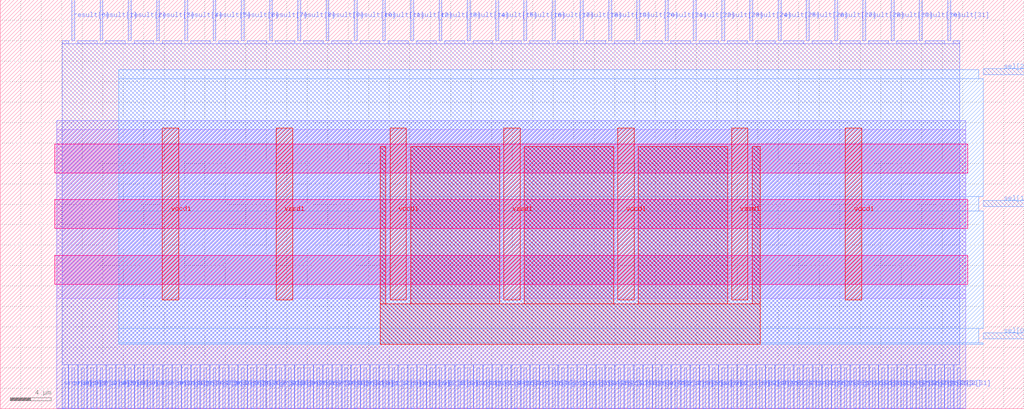
<source format=lef>
VERSION 5.7 ;
  NOWIREEXTENSIONATPIN ON ;
  DIVIDERCHAR "/" ;
  BUSBITCHARS "[]" ;
MACRO SEL_32x3
  CLASS BLOCK ;
  FOREIGN SEL_32x3 ;
  ORIGIN 0.000 0.000 ;
  SIZE 100.000 BY 40.000 ;
  PIN result[0]
    DIRECTION OUTPUT TRISTATE ;
    USE SIGNAL ;
    PORT
      LAYER met2 ;
        RECT 6.990 36.000 7.270 40.000 ;
    END
  END result[0]
  PIN result[10]
    DIRECTION OUTPUT TRISTATE ;
    USE SIGNAL ;
    PORT
      LAYER met2 ;
        RECT 34.590 36.000 34.870 40.000 ;
    END
  END result[10]
  PIN result[11]
    DIRECTION OUTPUT TRISTATE ;
    USE SIGNAL ;
    PORT
      LAYER met2 ;
        RECT 37.350 36.000 37.630 40.000 ;
    END
  END result[11]
  PIN result[12]
    DIRECTION OUTPUT TRISTATE ;
    USE SIGNAL ;
    PORT
      LAYER met2 ;
        RECT 40.110 36.000 40.390 40.000 ;
    END
  END result[12]
  PIN result[13]
    DIRECTION OUTPUT TRISTATE ;
    USE SIGNAL ;
    PORT
      LAYER met2 ;
        RECT 42.870 36.000 43.150 40.000 ;
    END
  END result[13]
  PIN result[14]
    DIRECTION OUTPUT TRISTATE ;
    USE SIGNAL ;
    PORT
      LAYER met2 ;
        RECT 45.630 36.000 45.910 40.000 ;
    END
  END result[14]
  PIN result[15]
    DIRECTION OUTPUT TRISTATE ;
    USE SIGNAL ;
    PORT
      LAYER met2 ;
        RECT 48.390 36.000 48.670 40.000 ;
    END
  END result[15]
  PIN result[16]
    DIRECTION OUTPUT TRISTATE ;
    USE SIGNAL ;
    PORT
      LAYER met2 ;
        RECT 51.150 36.000 51.430 40.000 ;
    END
  END result[16]
  PIN result[17]
    DIRECTION OUTPUT TRISTATE ;
    USE SIGNAL ;
    PORT
      LAYER met2 ;
        RECT 53.910 36.000 54.190 40.000 ;
    END
  END result[17]
  PIN result[18]
    DIRECTION OUTPUT TRISTATE ;
    USE SIGNAL ;
    PORT
      LAYER met2 ;
        RECT 56.670 36.000 56.950 40.000 ;
    END
  END result[18]
  PIN result[19]
    DIRECTION OUTPUT TRISTATE ;
    USE SIGNAL ;
    PORT
      LAYER met2 ;
        RECT 59.430 36.000 59.710 40.000 ;
    END
  END result[19]
  PIN result[1]
    DIRECTION OUTPUT TRISTATE ;
    USE SIGNAL ;
    PORT
      LAYER met2 ;
        RECT 9.750 36.000 10.030 40.000 ;
    END
  END result[1]
  PIN result[20]
    DIRECTION OUTPUT TRISTATE ;
    USE SIGNAL ;
    PORT
      LAYER met2 ;
        RECT 62.190 36.000 62.470 40.000 ;
    END
  END result[20]
  PIN result[21]
    DIRECTION OUTPUT TRISTATE ;
    USE SIGNAL ;
    PORT
      LAYER met2 ;
        RECT 64.950 36.000 65.230 40.000 ;
    END
  END result[21]
  PIN result[22]
    DIRECTION OUTPUT TRISTATE ;
    USE SIGNAL ;
    PORT
      LAYER met2 ;
        RECT 67.710 36.000 67.990 40.000 ;
    END
  END result[22]
  PIN result[23]
    DIRECTION OUTPUT TRISTATE ;
    USE SIGNAL ;
    PORT
      LAYER met2 ;
        RECT 70.470 36.000 70.750 40.000 ;
    END
  END result[23]
  PIN result[24]
    DIRECTION OUTPUT TRISTATE ;
    USE SIGNAL ;
    PORT
      LAYER met2 ;
        RECT 73.230 36.000 73.510 40.000 ;
    END
  END result[24]
  PIN result[25]
    DIRECTION OUTPUT TRISTATE ;
    USE SIGNAL ;
    PORT
      LAYER met2 ;
        RECT 75.990 36.000 76.270 40.000 ;
    END
  END result[25]
  PIN result[26]
    DIRECTION OUTPUT TRISTATE ;
    USE SIGNAL ;
    PORT
      LAYER met2 ;
        RECT 78.750 36.000 79.030 40.000 ;
    END
  END result[26]
  PIN result[27]
    DIRECTION OUTPUT TRISTATE ;
    USE SIGNAL ;
    PORT
      LAYER met2 ;
        RECT 81.510 36.000 81.790 40.000 ;
    END
  END result[27]
  PIN result[28]
    DIRECTION OUTPUT TRISTATE ;
    USE SIGNAL ;
    PORT
      LAYER met2 ;
        RECT 84.270 36.000 84.550 40.000 ;
    END
  END result[28]
  PIN result[29]
    DIRECTION OUTPUT TRISTATE ;
    USE SIGNAL ;
    PORT
      LAYER met2 ;
        RECT 87.030 36.000 87.310 40.000 ;
    END
  END result[29]
  PIN result[2]
    DIRECTION OUTPUT TRISTATE ;
    USE SIGNAL ;
    PORT
      LAYER met2 ;
        RECT 12.510 36.000 12.790 40.000 ;
    END
  END result[2]
  PIN result[30]
    DIRECTION OUTPUT TRISTATE ;
    USE SIGNAL ;
    PORT
      LAYER met2 ;
        RECT 89.790 36.000 90.070 40.000 ;
    END
  END result[30]
  PIN result[31]
    DIRECTION OUTPUT TRISTATE ;
    USE SIGNAL ;
    PORT
      LAYER met2 ;
        RECT 92.550 36.000 92.830 40.000 ;
    END
  END result[31]
  PIN result[3]
    DIRECTION OUTPUT TRISTATE ;
    USE SIGNAL ;
    PORT
      LAYER met2 ;
        RECT 15.270 36.000 15.550 40.000 ;
    END
  END result[3]
  PIN result[4]
    DIRECTION OUTPUT TRISTATE ;
    USE SIGNAL ;
    PORT
      LAYER met2 ;
        RECT 18.030 36.000 18.310 40.000 ;
    END
  END result[4]
  PIN result[5]
    DIRECTION OUTPUT TRISTATE ;
    USE SIGNAL ;
    PORT
      LAYER met2 ;
        RECT 20.790 36.000 21.070 40.000 ;
    END
  END result[5]
  PIN result[6]
    DIRECTION OUTPUT TRISTATE ;
    USE SIGNAL ;
    PORT
      LAYER met2 ;
        RECT 23.550 36.000 23.830 40.000 ;
    END
  END result[6]
  PIN result[7]
    DIRECTION OUTPUT TRISTATE ;
    USE SIGNAL ;
    PORT
      LAYER met2 ;
        RECT 26.310 36.000 26.590 40.000 ;
    END
  END result[7]
  PIN result[8]
    DIRECTION OUTPUT TRISTATE ;
    USE SIGNAL ;
    PORT
      LAYER met2 ;
        RECT 29.070 36.000 29.350 40.000 ;
    END
  END result[8]
  PIN result[9]
    DIRECTION OUTPUT TRISTATE ;
    USE SIGNAL ;
    PORT
      LAYER met2 ;
        RECT 31.830 36.000 32.110 40.000 ;
    END
  END result[9]
  PIN sel[0]
    DIRECTION INPUT ;
    USE SIGNAL ;
    PORT
      LAYER met3 ;
        RECT 96.000 6.840 100.000 7.440 ;
    END
  END sel[0]
  PIN sel[1]
    DIRECTION INPUT ;
    USE SIGNAL ;
    PORT
      LAYER met3 ;
        RECT 96.000 19.760 100.000 20.360 ;
    END
  END sel[1]
  PIN sel[2]
    DIRECTION INPUT ;
    USE SIGNAL ;
    PORT
      LAYER met3 ;
        RECT 96.000 32.680 100.000 33.280 ;
    END
  END sel[2]
  PIN src0[0]
    DIRECTION INPUT ;
    USE SIGNAL ;
    PORT
      LAYER met2 ;
        RECT 6.070 0.000 6.350 4.000 ;
    END
  END src0[0]
  PIN src0[10]
    DIRECTION INPUT ;
    USE SIGNAL ;
    PORT
      LAYER met2 ;
        RECT 15.270 0.000 15.550 4.000 ;
    END
  END src0[10]
  PIN src0[11]
    DIRECTION INPUT ;
    USE SIGNAL ;
    PORT
      LAYER met2 ;
        RECT 16.190 0.000 16.470 4.000 ;
    END
  END src0[11]
  PIN src0[12]
    DIRECTION INPUT ;
    USE SIGNAL ;
    PORT
      LAYER met2 ;
        RECT 17.110 0.000 17.390 4.000 ;
    END
  END src0[12]
  PIN src0[13]
    DIRECTION INPUT ;
    USE SIGNAL ;
    PORT
      LAYER met2 ;
        RECT 18.030 0.000 18.310 4.000 ;
    END
  END src0[13]
  PIN src0[14]
    DIRECTION INPUT ;
    USE SIGNAL ;
    PORT
      LAYER met2 ;
        RECT 18.950 0.000 19.230 4.000 ;
    END
  END src0[14]
  PIN src0[15]
    DIRECTION INPUT ;
    USE SIGNAL ;
    PORT
      LAYER met2 ;
        RECT 19.870 0.000 20.150 4.000 ;
    END
  END src0[15]
  PIN src0[16]
    DIRECTION INPUT ;
    USE SIGNAL ;
    PORT
      LAYER met2 ;
        RECT 20.790 0.000 21.070 4.000 ;
    END
  END src0[16]
  PIN src0[17]
    DIRECTION INPUT ;
    USE SIGNAL ;
    PORT
      LAYER met2 ;
        RECT 21.710 0.000 21.990 4.000 ;
    END
  END src0[17]
  PIN src0[18]
    DIRECTION INPUT ;
    USE SIGNAL ;
    PORT
      LAYER met2 ;
        RECT 22.630 0.000 22.910 4.000 ;
    END
  END src0[18]
  PIN src0[19]
    DIRECTION INPUT ;
    USE SIGNAL ;
    PORT
      LAYER met2 ;
        RECT 23.550 0.000 23.830 4.000 ;
    END
  END src0[19]
  PIN src0[1]
    DIRECTION INPUT ;
    USE SIGNAL ;
    PORT
      LAYER met2 ;
        RECT 6.990 0.000 7.270 4.000 ;
    END
  END src0[1]
  PIN src0[20]
    DIRECTION INPUT ;
    USE SIGNAL ;
    PORT
      LAYER met2 ;
        RECT 24.470 0.000 24.750 4.000 ;
    END
  END src0[20]
  PIN src0[21]
    DIRECTION INPUT ;
    USE SIGNAL ;
    PORT
      LAYER met2 ;
        RECT 25.390 0.000 25.670 4.000 ;
    END
  END src0[21]
  PIN src0[22]
    DIRECTION INPUT ;
    USE SIGNAL ;
    PORT
      LAYER met2 ;
        RECT 26.310 0.000 26.590 4.000 ;
    END
  END src0[22]
  PIN src0[23]
    DIRECTION INPUT ;
    USE SIGNAL ;
    PORT
      LAYER met2 ;
        RECT 27.230 0.000 27.510 4.000 ;
    END
  END src0[23]
  PIN src0[24]
    DIRECTION INPUT ;
    USE SIGNAL ;
    PORT
      LAYER met2 ;
        RECT 28.150 0.000 28.430 4.000 ;
    END
  END src0[24]
  PIN src0[25]
    DIRECTION INPUT ;
    USE SIGNAL ;
    PORT
      LAYER met2 ;
        RECT 29.070 0.000 29.350 4.000 ;
    END
  END src0[25]
  PIN src0[26]
    DIRECTION INPUT ;
    USE SIGNAL ;
    PORT
      LAYER met2 ;
        RECT 29.990 0.000 30.270 4.000 ;
    END
  END src0[26]
  PIN src0[27]
    DIRECTION INPUT ;
    USE SIGNAL ;
    PORT
      LAYER met2 ;
        RECT 30.910 0.000 31.190 4.000 ;
    END
  END src0[27]
  PIN src0[28]
    DIRECTION INPUT ;
    USE SIGNAL ;
    PORT
      LAYER met2 ;
        RECT 31.830 0.000 32.110 4.000 ;
    END
  END src0[28]
  PIN src0[29]
    DIRECTION INPUT ;
    USE SIGNAL ;
    PORT
      LAYER met2 ;
        RECT 32.750 0.000 33.030 4.000 ;
    END
  END src0[29]
  PIN src0[2]
    DIRECTION INPUT ;
    USE SIGNAL ;
    PORT
      LAYER met2 ;
        RECT 7.910 0.000 8.190 4.000 ;
    END
  END src0[2]
  PIN src0[30]
    DIRECTION INPUT ;
    USE SIGNAL ;
    PORT
      LAYER met2 ;
        RECT 33.670 0.000 33.950 4.000 ;
    END
  END src0[30]
  PIN src0[31]
    DIRECTION INPUT ;
    USE SIGNAL ;
    PORT
      LAYER met2 ;
        RECT 34.590 0.000 34.870 4.000 ;
    END
  END src0[31]
  PIN src0[3]
    DIRECTION INPUT ;
    USE SIGNAL ;
    PORT
      LAYER met2 ;
        RECT 8.830 0.000 9.110 4.000 ;
    END
  END src0[3]
  PIN src0[4]
    DIRECTION INPUT ;
    USE SIGNAL ;
    PORT
      LAYER met2 ;
        RECT 9.750 0.000 10.030 4.000 ;
    END
  END src0[4]
  PIN src0[5]
    DIRECTION INPUT ;
    USE SIGNAL ;
    PORT
      LAYER met2 ;
        RECT 10.670 0.000 10.950 4.000 ;
    END
  END src0[5]
  PIN src0[6]
    DIRECTION INPUT ;
    USE SIGNAL ;
    PORT
      LAYER met2 ;
        RECT 11.590 0.000 11.870 4.000 ;
    END
  END src0[6]
  PIN src0[7]
    DIRECTION INPUT ;
    USE SIGNAL ;
    PORT
      LAYER met2 ;
        RECT 12.510 0.000 12.790 4.000 ;
    END
  END src0[7]
  PIN src0[8]
    DIRECTION INPUT ;
    USE SIGNAL ;
    PORT
      LAYER met2 ;
        RECT 13.430 0.000 13.710 4.000 ;
    END
  END src0[8]
  PIN src0[9]
    DIRECTION INPUT ;
    USE SIGNAL ;
    PORT
      LAYER met2 ;
        RECT 14.350 0.000 14.630 4.000 ;
    END
  END src0[9]
  PIN src1[0]
    DIRECTION INPUT ;
    USE SIGNAL ;
    PORT
      LAYER met2 ;
        RECT 35.510 0.000 35.790 4.000 ;
    END
  END src1[0]
  PIN src1[10]
    DIRECTION INPUT ;
    USE SIGNAL ;
    PORT
      LAYER met2 ;
        RECT 44.710 0.000 44.990 4.000 ;
    END
  END src1[10]
  PIN src1[11]
    DIRECTION INPUT ;
    USE SIGNAL ;
    PORT
      LAYER met2 ;
        RECT 45.630 0.000 45.910 4.000 ;
    END
  END src1[11]
  PIN src1[12]
    DIRECTION INPUT ;
    USE SIGNAL ;
    PORT
      LAYER met2 ;
        RECT 46.550 0.000 46.830 4.000 ;
    END
  END src1[12]
  PIN src1[13]
    DIRECTION INPUT ;
    USE SIGNAL ;
    PORT
      LAYER met2 ;
        RECT 47.470 0.000 47.750 4.000 ;
    END
  END src1[13]
  PIN src1[14]
    DIRECTION INPUT ;
    USE SIGNAL ;
    PORT
      LAYER met2 ;
        RECT 48.390 0.000 48.670 4.000 ;
    END
  END src1[14]
  PIN src1[15]
    DIRECTION INPUT ;
    USE SIGNAL ;
    PORT
      LAYER met2 ;
        RECT 49.310 0.000 49.590 4.000 ;
    END
  END src1[15]
  PIN src1[16]
    DIRECTION INPUT ;
    USE SIGNAL ;
    PORT
      LAYER met2 ;
        RECT 50.230 0.000 50.510 4.000 ;
    END
  END src1[16]
  PIN src1[17]
    DIRECTION INPUT ;
    USE SIGNAL ;
    PORT
      LAYER met2 ;
        RECT 51.150 0.000 51.430 4.000 ;
    END
  END src1[17]
  PIN src1[18]
    DIRECTION INPUT ;
    USE SIGNAL ;
    PORT
      LAYER met2 ;
        RECT 52.070 0.000 52.350 4.000 ;
    END
  END src1[18]
  PIN src1[19]
    DIRECTION INPUT ;
    USE SIGNAL ;
    PORT
      LAYER met2 ;
        RECT 52.990 0.000 53.270 4.000 ;
    END
  END src1[19]
  PIN src1[1]
    DIRECTION INPUT ;
    USE SIGNAL ;
    PORT
      LAYER met2 ;
        RECT 36.430 0.000 36.710 4.000 ;
    END
  END src1[1]
  PIN src1[20]
    DIRECTION INPUT ;
    USE SIGNAL ;
    PORT
      LAYER met2 ;
        RECT 53.910 0.000 54.190 4.000 ;
    END
  END src1[20]
  PIN src1[21]
    DIRECTION INPUT ;
    USE SIGNAL ;
    PORT
      LAYER met2 ;
        RECT 54.830 0.000 55.110 4.000 ;
    END
  END src1[21]
  PIN src1[22]
    DIRECTION INPUT ;
    USE SIGNAL ;
    PORT
      LAYER met2 ;
        RECT 55.750 0.000 56.030 4.000 ;
    END
  END src1[22]
  PIN src1[23]
    DIRECTION INPUT ;
    USE SIGNAL ;
    PORT
      LAYER met2 ;
        RECT 56.670 0.000 56.950 4.000 ;
    END
  END src1[23]
  PIN src1[24]
    DIRECTION INPUT ;
    USE SIGNAL ;
    PORT
      LAYER met2 ;
        RECT 57.590 0.000 57.870 4.000 ;
    END
  END src1[24]
  PIN src1[25]
    DIRECTION INPUT ;
    USE SIGNAL ;
    PORT
      LAYER met2 ;
        RECT 58.510 0.000 58.790 4.000 ;
    END
  END src1[25]
  PIN src1[26]
    DIRECTION INPUT ;
    USE SIGNAL ;
    PORT
      LAYER met2 ;
        RECT 59.430 0.000 59.710 4.000 ;
    END
  END src1[26]
  PIN src1[27]
    DIRECTION INPUT ;
    USE SIGNAL ;
    PORT
      LAYER met2 ;
        RECT 60.350 0.000 60.630 4.000 ;
    END
  END src1[27]
  PIN src1[28]
    DIRECTION INPUT ;
    USE SIGNAL ;
    PORT
      LAYER met2 ;
        RECT 61.270 0.000 61.550 4.000 ;
    END
  END src1[28]
  PIN src1[29]
    DIRECTION INPUT ;
    USE SIGNAL ;
    PORT
      LAYER met2 ;
        RECT 62.190 0.000 62.470 4.000 ;
    END
  END src1[29]
  PIN src1[2]
    DIRECTION INPUT ;
    USE SIGNAL ;
    PORT
      LAYER met2 ;
        RECT 37.350 0.000 37.630 4.000 ;
    END
  END src1[2]
  PIN src1[30]
    DIRECTION INPUT ;
    USE SIGNAL ;
    PORT
      LAYER met2 ;
        RECT 63.110 0.000 63.390 4.000 ;
    END
  END src1[30]
  PIN src1[31]
    DIRECTION INPUT ;
    USE SIGNAL ;
    PORT
      LAYER met2 ;
        RECT 64.030 0.000 64.310 4.000 ;
    END
  END src1[31]
  PIN src1[3]
    DIRECTION INPUT ;
    USE SIGNAL ;
    PORT
      LAYER met2 ;
        RECT 38.270 0.000 38.550 4.000 ;
    END
  END src1[3]
  PIN src1[4]
    DIRECTION INPUT ;
    USE SIGNAL ;
    PORT
      LAYER met2 ;
        RECT 39.190 0.000 39.470 4.000 ;
    END
  END src1[4]
  PIN src1[5]
    DIRECTION INPUT ;
    USE SIGNAL ;
    PORT
      LAYER met2 ;
        RECT 40.110 0.000 40.390 4.000 ;
    END
  END src1[5]
  PIN src1[6]
    DIRECTION INPUT ;
    USE SIGNAL ;
    PORT
      LAYER met2 ;
        RECT 41.030 0.000 41.310 4.000 ;
    END
  END src1[6]
  PIN src1[7]
    DIRECTION INPUT ;
    USE SIGNAL ;
    PORT
      LAYER met2 ;
        RECT 41.950 0.000 42.230 4.000 ;
    END
  END src1[7]
  PIN src1[8]
    DIRECTION INPUT ;
    USE SIGNAL ;
    PORT
      LAYER met2 ;
        RECT 42.870 0.000 43.150 4.000 ;
    END
  END src1[8]
  PIN src1[9]
    DIRECTION INPUT ;
    USE SIGNAL ;
    PORT
      LAYER met2 ;
        RECT 43.790 0.000 44.070 4.000 ;
    END
  END src1[9]
  PIN src2[0]
    DIRECTION INPUT ;
    USE SIGNAL ;
    PORT
      LAYER met2 ;
        RECT 64.950 0.000 65.230 4.000 ;
    END
  END src2[0]
  PIN src2[10]
    DIRECTION INPUT ;
    USE SIGNAL ;
    PORT
      LAYER met2 ;
        RECT 74.150 0.000 74.430 4.000 ;
    END
  END src2[10]
  PIN src2[11]
    DIRECTION INPUT ;
    USE SIGNAL ;
    PORT
      LAYER met2 ;
        RECT 75.070 0.000 75.350 4.000 ;
    END
  END src2[11]
  PIN src2[12]
    DIRECTION INPUT ;
    USE SIGNAL ;
    PORT
      LAYER met2 ;
        RECT 75.990 0.000 76.270 4.000 ;
    END
  END src2[12]
  PIN src2[13]
    DIRECTION INPUT ;
    USE SIGNAL ;
    PORT
      LAYER met2 ;
        RECT 76.910 0.000 77.190 4.000 ;
    END
  END src2[13]
  PIN src2[14]
    DIRECTION INPUT ;
    USE SIGNAL ;
    PORT
      LAYER met2 ;
        RECT 77.830 0.000 78.110 4.000 ;
    END
  END src2[14]
  PIN src2[15]
    DIRECTION INPUT ;
    USE SIGNAL ;
    PORT
      LAYER met2 ;
        RECT 78.750 0.000 79.030 4.000 ;
    END
  END src2[15]
  PIN src2[16]
    DIRECTION INPUT ;
    USE SIGNAL ;
    PORT
      LAYER met2 ;
        RECT 79.670 0.000 79.950 4.000 ;
    END
  END src2[16]
  PIN src2[17]
    DIRECTION INPUT ;
    USE SIGNAL ;
    PORT
      LAYER met2 ;
        RECT 80.590 0.000 80.870 4.000 ;
    END
  END src2[17]
  PIN src2[18]
    DIRECTION INPUT ;
    USE SIGNAL ;
    PORT
      LAYER met2 ;
        RECT 81.510 0.000 81.790 4.000 ;
    END
  END src2[18]
  PIN src2[19]
    DIRECTION INPUT ;
    USE SIGNAL ;
    PORT
      LAYER met2 ;
        RECT 82.430 0.000 82.710 4.000 ;
    END
  END src2[19]
  PIN src2[1]
    DIRECTION INPUT ;
    USE SIGNAL ;
    PORT
      LAYER met2 ;
        RECT 65.870 0.000 66.150 4.000 ;
    END
  END src2[1]
  PIN src2[20]
    DIRECTION INPUT ;
    USE SIGNAL ;
    PORT
      LAYER met2 ;
        RECT 83.350 0.000 83.630 4.000 ;
    END
  END src2[20]
  PIN src2[21]
    DIRECTION INPUT ;
    USE SIGNAL ;
    PORT
      LAYER met2 ;
        RECT 84.270 0.000 84.550 4.000 ;
    END
  END src2[21]
  PIN src2[22]
    DIRECTION INPUT ;
    USE SIGNAL ;
    PORT
      LAYER met2 ;
        RECT 85.190 0.000 85.470 4.000 ;
    END
  END src2[22]
  PIN src2[23]
    DIRECTION INPUT ;
    USE SIGNAL ;
    PORT
      LAYER met2 ;
        RECT 86.110 0.000 86.390 4.000 ;
    END
  END src2[23]
  PIN src2[24]
    DIRECTION INPUT ;
    USE SIGNAL ;
    PORT
      LAYER met2 ;
        RECT 87.030 0.000 87.310 4.000 ;
    END
  END src2[24]
  PIN src2[25]
    DIRECTION INPUT ;
    USE SIGNAL ;
    PORT
      LAYER met2 ;
        RECT 87.950 0.000 88.230 4.000 ;
    END
  END src2[25]
  PIN src2[26]
    DIRECTION INPUT ;
    USE SIGNAL ;
    PORT
      LAYER met2 ;
        RECT 88.870 0.000 89.150 4.000 ;
    END
  END src2[26]
  PIN src2[27]
    DIRECTION INPUT ;
    USE SIGNAL ;
    PORT
      LAYER met2 ;
        RECT 89.790 0.000 90.070 4.000 ;
    END
  END src2[27]
  PIN src2[28]
    DIRECTION INPUT ;
    USE SIGNAL ;
    PORT
      LAYER met2 ;
        RECT 90.710 0.000 90.990 4.000 ;
    END
  END src2[28]
  PIN src2[29]
    DIRECTION INPUT ;
    USE SIGNAL ;
    PORT
      LAYER met2 ;
        RECT 91.630 0.000 91.910 4.000 ;
    END
  END src2[29]
  PIN src2[2]
    DIRECTION INPUT ;
    USE SIGNAL ;
    PORT
      LAYER met2 ;
        RECT 66.790 0.000 67.070 4.000 ;
    END
  END src2[2]
  PIN src2[30]
    DIRECTION INPUT ;
    USE SIGNAL ;
    PORT
      LAYER met2 ;
        RECT 92.550 0.000 92.830 4.000 ;
    END
  END src2[30]
  PIN src2[31]
    DIRECTION INPUT ;
    USE SIGNAL ;
    PORT
      LAYER met2 ;
        RECT 93.470 0.000 93.750 4.000 ;
    END
  END src2[31]
  PIN src2[3]
    DIRECTION INPUT ;
    USE SIGNAL ;
    PORT
      LAYER met2 ;
        RECT 67.710 0.000 67.990 4.000 ;
    END
  END src2[3]
  PIN src2[4]
    DIRECTION INPUT ;
    USE SIGNAL ;
    PORT
      LAYER met2 ;
        RECT 68.630 0.000 68.910 4.000 ;
    END
  END src2[4]
  PIN src2[5]
    DIRECTION INPUT ;
    USE SIGNAL ;
    PORT
      LAYER met2 ;
        RECT 69.550 0.000 69.830 4.000 ;
    END
  END src2[5]
  PIN src2[6]
    DIRECTION INPUT ;
    USE SIGNAL ;
    PORT
      LAYER met2 ;
        RECT 70.470 0.000 70.750 4.000 ;
    END
  END src2[6]
  PIN src2[7]
    DIRECTION INPUT ;
    USE SIGNAL ;
    PORT
      LAYER met2 ;
        RECT 71.390 0.000 71.670 4.000 ;
    END
  END src2[7]
  PIN src2[8]
    DIRECTION INPUT ;
    USE SIGNAL ;
    PORT
      LAYER met2 ;
        RECT 72.310 0.000 72.590 4.000 ;
    END
  END src2[8]
  PIN src2[9]
    DIRECTION INPUT ;
    USE SIGNAL ;
    PORT
      LAYER met2 ;
        RECT 73.230 0.000 73.510 4.000 ;
    END
  END src2[9]
  PIN vccd1
    DIRECTION INOUT ;
    USE POWER ;
    PORT
      LAYER met4 ;
        RECT 15.840 10.640 17.440 27.440 ;
    END
    PORT
      LAYER met4 ;
        RECT 38.080 10.640 39.680 27.440 ;
    END
    PORT
      LAYER met4 ;
        RECT 60.320 10.640 61.920 27.440 ;
    END
    PORT
      LAYER met4 ;
        RECT 82.560 10.640 84.160 27.440 ;
    END
  END vccd1
  PIN vssd1
    DIRECTION INOUT ;
    USE GROUND ;
    PORT
      LAYER met4 ;
        RECT 26.960 10.640 28.560 27.440 ;
    END
    PORT
      LAYER met4 ;
        RECT 49.200 10.640 50.800 27.440 ;
    END
    PORT
      LAYER met4 ;
        RECT 71.440 10.640 73.040 27.440 ;
    END
  END vssd1
  OBS
      LAYER nwell ;
        RECT 5.330 23.065 94.490 25.895 ;
        RECT 5.330 17.625 94.490 20.455 ;
        RECT 5.330 12.185 94.490 15.015 ;
      LAYER li1 ;
        RECT 5.520 10.795 94.300 27.285 ;
      LAYER met1 ;
        RECT 5.520 0.040 94.300 28.180 ;
      LAYER met2 ;
        RECT 6.080 35.720 6.710 36.000 ;
        RECT 7.550 35.720 9.470 36.000 ;
        RECT 10.310 35.720 12.230 36.000 ;
        RECT 13.070 35.720 14.990 36.000 ;
        RECT 15.830 35.720 17.750 36.000 ;
        RECT 18.590 35.720 20.510 36.000 ;
        RECT 21.350 35.720 23.270 36.000 ;
        RECT 24.110 35.720 26.030 36.000 ;
        RECT 26.870 35.720 28.790 36.000 ;
        RECT 29.630 35.720 31.550 36.000 ;
        RECT 32.390 35.720 34.310 36.000 ;
        RECT 35.150 35.720 37.070 36.000 ;
        RECT 37.910 35.720 39.830 36.000 ;
        RECT 40.670 35.720 42.590 36.000 ;
        RECT 43.430 35.720 45.350 36.000 ;
        RECT 46.190 35.720 48.110 36.000 ;
        RECT 48.950 35.720 50.870 36.000 ;
        RECT 51.710 35.720 53.630 36.000 ;
        RECT 54.470 35.720 56.390 36.000 ;
        RECT 57.230 35.720 59.150 36.000 ;
        RECT 59.990 35.720 61.910 36.000 ;
        RECT 62.750 35.720 64.670 36.000 ;
        RECT 65.510 35.720 67.430 36.000 ;
        RECT 68.270 35.720 70.190 36.000 ;
        RECT 71.030 35.720 72.950 36.000 ;
        RECT 73.790 35.720 75.710 36.000 ;
        RECT 76.550 35.720 78.470 36.000 ;
        RECT 79.310 35.720 81.230 36.000 ;
        RECT 82.070 35.720 83.990 36.000 ;
        RECT 84.830 35.720 86.750 36.000 ;
        RECT 87.590 35.720 89.510 36.000 ;
        RECT 90.350 35.720 92.270 36.000 ;
        RECT 93.110 35.720 93.740 36.000 ;
        RECT 6.080 4.280 93.740 35.720 ;
        RECT 6.630 0.010 6.710 4.280 ;
        RECT 7.550 0.010 7.630 4.280 ;
        RECT 8.470 0.010 8.550 4.280 ;
        RECT 9.390 0.010 9.470 4.280 ;
        RECT 10.310 0.010 10.390 4.280 ;
        RECT 11.230 0.010 11.310 4.280 ;
        RECT 12.150 0.010 12.230 4.280 ;
        RECT 13.070 0.010 13.150 4.280 ;
        RECT 13.990 0.010 14.070 4.280 ;
        RECT 14.910 0.010 14.990 4.280 ;
        RECT 15.830 0.010 15.910 4.280 ;
        RECT 16.750 0.010 16.830 4.280 ;
        RECT 17.670 0.010 17.750 4.280 ;
        RECT 18.590 0.010 18.670 4.280 ;
        RECT 19.510 0.010 19.590 4.280 ;
        RECT 20.430 0.010 20.510 4.280 ;
        RECT 21.350 0.010 21.430 4.280 ;
        RECT 22.270 0.010 22.350 4.280 ;
        RECT 23.190 0.010 23.270 4.280 ;
        RECT 24.110 0.010 24.190 4.280 ;
        RECT 25.030 0.010 25.110 4.280 ;
        RECT 25.950 0.010 26.030 4.280 ;
        RECT 26.870 0.010 26.950 4.280 ;
        RECT 27.790 0.010 27.870 4.280 ;
        RECT 28.710 0.010 28.790 4.280 ;
        RECT 29.630 0.010 29.710 4.280 ;
        RECT 30.550 0.010 30.630 4.280 ;
        RECT 31.470 0.010 31.550 4.280 ;
        RECT 32.390 0.010 32.470 4.280 ;
        RECT 33.310 0.010 33.390 4.280 ;
        RECT 34.230 0.010 34.310 4.280 ;
        RECT 35.150 0.010 35.230 4.280 ;
        RECT 36.070 0.010 36.150 4.280 ;
        RECT 36.990 0.010 37.070 4.280 ;
        RECT 37.910 0.010 37.990 4.280 ;
        RECT 38.830 0.010 38.910 4.280 ;
        RECT 39.750 0.010 39.830 4.280 ;
        RECT 40.670 0.010 40.750 4.280 ;
        RECT 41.590 0.010 41.670 4.280 ;
        RECT 42.510 0.010 42.590 4.280 ;
        RECT 43.430 0.010 43.510 4.280 ;
        RECT 44.350 0.010 44.430 4.280 ;
        RECT 45.270 0.010 45.350 4.280 ;
        RECT 46.190 0.010 46.270 4.280 ;
        RECT 47.110 0.010 47.190 4.280 ;
        RECT 48.030 0.010 48.110 4.280 ;
        RECT 48.950 0.010 49.030 4.280 ;
        RECT 49.870 0.010 49.950 4.280 ;
        RECT 50.790 0.010 50.870 4.280 ;
        RECT 51.710 0.010 51.790 4.280 ;
        RECT 52.630 0.010 52.710 4.280 ;
        RECT 53.550 0.010 53.630 4.280 ;
        RECT 54.470 0.010 54.550 4.280 ;
        RECT 55.390 0.010 55.470 4.280 ;
        RECT 56.310 0.010 56.390 4.280 ;
        RECT 57.230 0.010 57.310 4.280 ;
        RECT 58.150 0.010 58.230 4.280 ;
        RECT 59.070 0.010 59.150 4.280 ;
        RECT 59.990 0.010 60.070 4.280 ;
        RECT 60.910 0.010 60.990 4.280 ;
        RECT 61.830 0.010 61.910 4.280 ;
        RECT 62.750 0.010 62.830 4.280 ;
        RECT 63.670 0.010 63.750 4.280 ;
        RECT 64.590 0.010 64.670 4.280 ;
        RECT 65.510 0.010 65.590 4.280 ;
        RECT 66.430 0.010 66.510 4.280 ;
        RECT 67.350 0.010 67.430 4.280 ;
        RECT 68.270 0.010 68.350 4.280 ;
        RECT 69.190 0.010 69.270 4.280 ;
        RECT 70.110 0.010 70.190 4.280 ;
        RECT 71.030 0.010 71.110 4.280 ;
        RECT 71.950 0.010 72.030 4.280 ;
        RECT 72.870 0.010 72.950 4.280 ;
        RECT 73.790 0.010 73.870 4.280 ;
        RECT 74.710 0.010 74.790 4.280 ;
        RECT 75.630 0.010 75.710 4.280 ;
        RECT 76.550 0.010 76.630 4.280 ;
        RECT 77.470 0.010 77.550 4.280 ;
        RECT 78.390 0.010 78.470 4.280 ;
        RECT 79.310 0.010 79.390 4.280 ;
        RECT 80.230 0.010 80.310 4.280 ;
        RECT 81.150 0.010 81.230 4.280 ;
        RECT 82.070 0.010 82.150 4.280 ;
        RECT 82.990 0.010 83.070 4.280 ;
        RECT 83.910 0.010 83.990 4.280 ;
        RECT 84.830 0.010 84.910 4.280 ;
        RECT 85.750 0.010 85.830 4.280 ;
        RECT 86.670 0.010 86.750 4.280 ;
        RECT 87.590 0.010 87.670 4.280 ;
        RECT 88.510 0.010 88.590 4.280 ;
        RECT 89.430 0.010 89.510 4.280 ;
        RECT 90.350 0.010 90.430 4.280 ;
        RECT 91.270 0.010 91.350 4.280 ;
        RECT 92.190 0.010 92.270 4.280 ;
        RECT 93.110 0.010 93.190 4.280 ;
      LAYER met3 ;
        RECT 11.565 32.280 95.600 33.145 ;
        RECT 11.565 20.760 96.000 32.280 ;
        RECT 11.565 19.360 95.600 20.760 ;
        RECT 11.565 7.840 96.000 19.360 ;
        RECT 11.565 6.440 95.600 7.840 ;
        RECT 11.565 6.295 96.000 6.440 ;
      LAYER met4 ;
        RECT 37.095 10.240 37.680 25.665 ;
        RECT 40.080 10.240 48.800 25.665 ;
        RECT 51.200 10.240 59.920 25.665 ;
        RECT 62.320 10.240 71.040 25.665 ;
        RECT 73.440 10.240 74.225 25.665 ;
        RECT 37.095 6.295 74.225 10.240 ;
  END
END SEL_32x3
END LIBRARY


</source>
